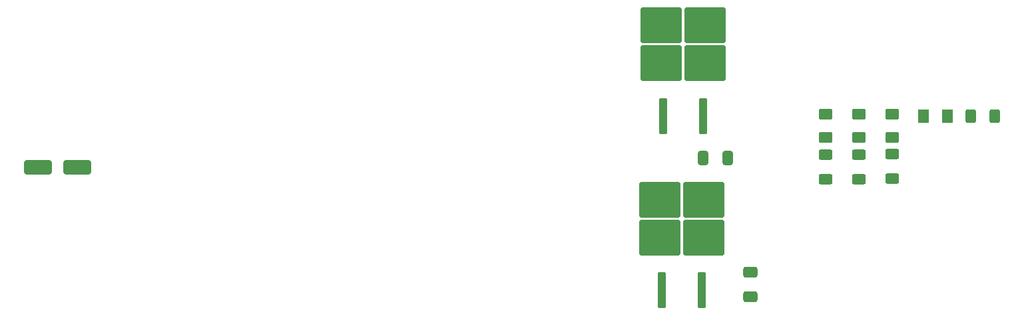
<source format=gbr>
%TF.GenerationSoftware,KiCad,Pcbnew,7.0.8*%
%TF.CreationDate,2023-10-16T07:21:23+01:00*%
%TF.ProjectId,SYNTH_PWR_MKII,53594e54-485f-4505-9752-5f4d4b49492e,1.0*%
%TF.SameCoordinates,Original*%
%TF.FileFunction,Paste,Top*%
%TF.FilePolarity,Positive*%
%FSLAX46Y46*%
G04 Gerber Fmt 4.6, Leading zero omitted, Abs format (unit mm)*
G04 Created by KiCad (PCBNEW 7.0.8) date 2023-10-16 07:21:23*
%MOMM*%
%LPD*%
G01*
G04 APERTURE LIST*
G04 Aperture macros list*
%AMRoundRect*
0 Rectangle with rounded corners*
0 $1 Rounding radius*
0 $2 $3 $4 $5 $6 $7 $8 $9 X,Y pos of 4 corners*
0 Add a 4 corners polygon primitive as box body*
4,1,4,$2,$3,$4,$5,$6,$7,$8,$9,$2,$3,0*
0 Add four circle primitives for the rounded corners*
1,1,$1+$1,$2,$3*
1,1,$1+$1,$4,$5*
1,1,$1+$1,$6,$7*
1,1,$1+$1,$8,$9*
0 Add four rect primitives between the rounded corners*
20,1,$1+$1,$2,$3,$4,$5,0*
20,1,$1+$1,$4,$5,$6,$7,0*
20,1,$1+$1,$6,$7,$8,$9,0*
20,1,$1+$1,$8,$9,$2,$3,0*%
G04 Aperture macros list end*
%ADD10RoundRect,0.250000X-0.625000X0.400000X-0.625000X-0.400000X0.625000X-0.400000X0.625000X0.400000X0*%
%ADD11RoundRect,0.250000X0.300000X-2.050000X0.300000X2.050000X-0.300000X2.050000X-0.300000X-2.050000X0*%
%ADD12RoundRect,0.250000X2.375000X-2.025000X2.375000X2.025000X-2.375000X2.025000X-2.375000X-2.025000X0*%
%ADD13RoundRect,0.250000X1.500000X0.650000X-1.500000X0.650000X-1.500000X-0.650000X1.500000X-0.650000X0*%
%ADD14RoundRect,0.250000X-0.412500X-0.650000X0.412500X-0.650000X0.412500X0.650000X-0.412500X0.650000X0*%
%ADD15RoundRect,0.250001X0.624999X-0.462499X0.624999X0.462499X-0.624999X0.462499X-0.624999X-0.462499X0*%
%ADD16RoundRect,0.250001X-0.624999X0.462499X-0.624999X-0.462499X0.624999X-0.462499X0.624999X0.462499X0*%
%ADD17RoundRect,0.250000X0.650000X-0.412500X0.650000X0.412500X-0.650000X0.412500X-0.650000X-0.412500X0*%
%ADD18RoundRect,0.250001X0.462499X0.624999X-0.462499X0.624999X-0.462499X-0.624999X0.462499X-0.624999X0*%
%ADD19RoundRect,0.250000X-0.400000X-0.625000X0.400000X-0.625000X0.400000X0.625000X-0.400000X0.625000X0*%
G04 APERTURE END LIST*
D10*
%TO.C,R3*%
X213750000Y-111450000D03*
X213750000Y-114550000D03*
%TD*%
D11*
%TO.C,U2*%
X188685000Y-128725000D03*
D12*
X188450000Y-122000000D03*
X194000000Y-122000000D03*
X188450000Y-117150000D03*
X194000000Y-117150000D03*
D11*
X193765000Y-128725000D03*
%TD*%
D10*
%TO.C,R1*%
X209500000Y-111450000D03*
X209500000Y-114550000D03*
%TD*%
D11*
%TO.C,U1*%
X188885000Y-106475000D03*
D12*
X188650000Y-99750000D03*
X194200000Y-99750000D03*
X188650000Y-94900000D03*
X194200000Y-94900000D03*
D11*
X193965000Y-106475000D03*
%TD*%
D13*
%TO.C,D1*%
X114400000Y-113000000D03*
X109400000Y-113000000D03*
%TD*%
D14*
%TO.C,C6*%
X193975000Y-111800000D03*
X197100000Y-111800000D03*
%TD*%
D15*
%TO.C,D4*%
X213750000Y-109237500D03*
X213750000Y-106262500D03*
%TD*%
D16*
%TO.C,D5*%
X218000000Y-106262500D03*
X218000000Y-109237500D03*
%TD*%
D10*
%TO.C,R4*%
X218000000Y-111362500D03*
X218000000Y-114462500D03*
%TD*%
D15*
%TO.C,D2*%
X209500000Y-109225000D03*
X209500000Y-106250000D03*
%TD*%
D17*
%TO.C,C9*%
X200000000Y-129562500D03*
X200000000Y-126437500D03*
%TD*%
D18*
%TO.C,D3*%
X224987500Y-106500000D03*
X222012500Y-106500000D03*
%TD*%
D19*
%TO.C,R2*%
X227950000Y-106500000D03*
X231050000Y-106500000D03*
%TD*%
M02*

</source>
